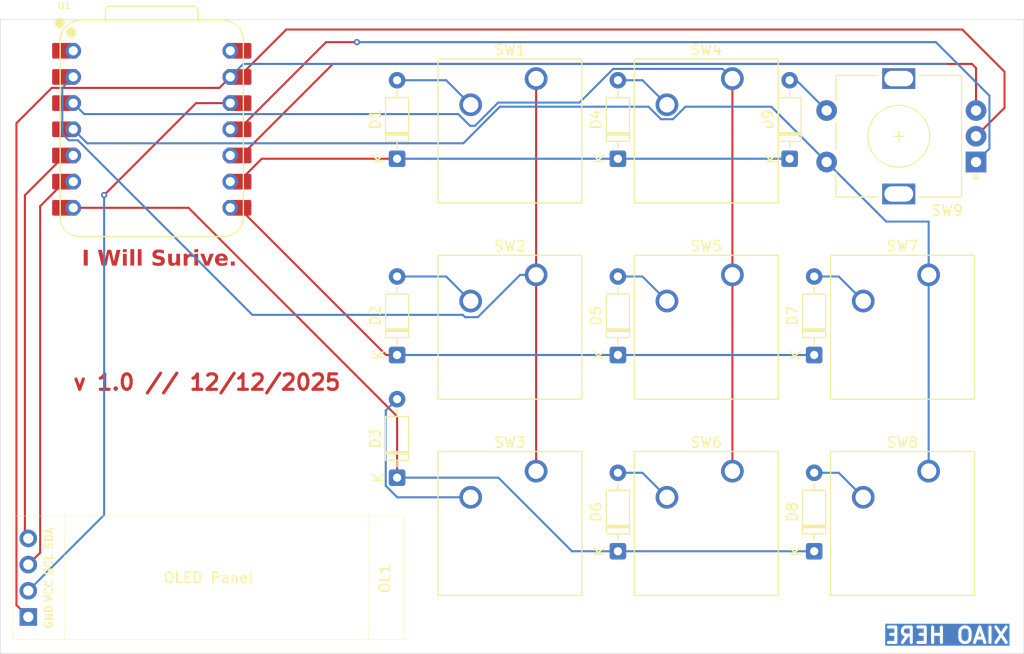
<source format=kicad_pcb>
(kicad_pcb (version 20241229) (generator "pcbnew") (generator_version "9.0")
  (layers (0 "F.Cu" signal) (2 "B.Cu" signal) (13 "F.Paste" user) (15 "B.Paste" user) (5 "F.SilkS" user "F.Silkscreen") (7 "B.SilkS" user "B.Silkscreen") (1 "F.Mask" user) (3 "B.Mask" user) (25 "Edge.Cuts" user))
  (net 0 "")
  (net 1 "Row 0")
  (net 2 "Net-(D1-A)")
  (net 3 "Row 1")
  (net 4 "Net-(D2-A)")
  (net 5 "Net-(D3-A)")
  (net 6 "Row 2")
  (net 7 "Net-(D4-A)")
  (net 8 "Net-(D5-A)")
  (net 9 "Net-(D6-A)")
  (net 10 "Net-(D7-A)")
  (net 11 "Net-(D8-A)")
  (net 12 "Col 0")
  (net 13 "Col 1")
  (net 14 "Col 2")
  (net 15 "Net-(U1-GPIO3{slash}MOSI)")
  (net 16 "Net-(OL1-SCL)")
  (net 17 "GND")
  (net 18 "Net-(OL1-SDA)")
  (net 20 "Net-(OL1-VCC)")
  (net 21 "+5V")
  (net 22 "Net-(U1-GPIO4{slash}MISO)")
  (net 23 "Net-(D9-A)")
  (footprint "Diode_THT:D_DO-35_SOD27_P7.62mm_Horizontal" (layer "F.Cu") (at 138.1125 69.5325 90)
    (property "Reference" "D4" (at 3.81 -2.12 90) (layer "F.SilkS"))
    (property "Value" "1N4148")
    (fp_line (start 2.53 -1.12) (end 2.53 1.12) (stroke (width 0.12)) (layer "F.SilkS"))
    (fp_line (start 2.41 -1.12) (end 2.41 1.12) (stroke (width 0.12)) (layer "F.SilkS"))
    (fp_line (start 2.29 -1.12) (end 2.29 1.12) (stroke (width 0.12)) (layer "F.SilkS"))
    (fp_line (start 6.58 0) (end 5.93 0) (stroke (width 0.12)) (layer "F.SilkS"))
    (fp_line (start 1.04 0) (end 1.69 0) (stroke (width 0.12)) (layer "F.SilkS"))
    (fp_rect (start 1.69 -1.12) (end 5.93 1.12) (stroke (width 0.12)) (fill no) (layer "F.SilkS"))
    (fp_text user "K" (at 0 -1.8 90) (layer "F.SilkS"))
    (pad "1" thru_hole roundrect (at 0 0 90) (size 1.6 1.6) (drill 0.8) (layers "*.Cu" "*.Mask") (roundrect_rratio 0.15625) (net 1 "Row 0"))
    (pad "2" thru_hole circle (at 7.62 0 90) (size 1.6 1.6) (drill 0.8) (layers "*.Cu" "*.Mask") (net 7 "Net-(D4-A)"))
  )
  (footprint "Button_Switch_Keyboard:SW_Cherry_MX_1.00u_PCB" (layer "F.Cu") (at 168.275 80.80375)
    (property "Reference" "SW7" (at -2.54 -2.794 0) (layer "F.SilkS"))
    (property "Value" "SW_Push")
    (fp_line (start -9.525 -1.905) (end 4.445 -1.905) (stroke (width 0.12)) (layer "F.SilkS"))
    (fp_line (start -9.525 12.065) (end -9.525 -1.905) (stroke (width 0.12)) (layer "F.SilkS"))
    (fp_line (start 4.445 -1.905) (end 4.445 12.065) (stroke (width 0.12)) (layer "F.SilkS"))
    (fp_line (start 4.445 12.065) (end -9.525 12.065) (stroke (width 0.12)) (layer "F.SilkS"))
    (pad "" np_thru_hole circle (at -7.62 5.08) (size 1.7 1.7) (drill 1.7) (layers "*.Cu" "*.Mask"))
    (pad "" np_thru_hole circle (at -2.54 5.08) (size 4 4) (drill 4) (layers "*.Cu" "*.Mask"))
    (pad "" np_thru_hole circle (at 2.54 5.08) (size 1.7 1.7) (drill 1.7) (layers "*.Cu" "*.Mask"))
    (pad "1" thru_hole circle (at 0 0) (size 2.2 2.2) (drill 1.5) (layers "*.Cu" "*.Mask") (net 14 "Col 2"))
    (pad "2" thru_hole circle (at -6.35 2.54) (size 2.2 2.2) (drill 1.5) (layers "*.Cu" "*.Mask") (net 10 "Net-(D7-A)"))
  )
  (footprint "Button_Switch_Keyboard:SW_Cherry_MX_1.00u_PCB" (layer "F.Cu") (at 168.275 99.85375)
    (property "Reference" "SW8" (at -2.54 -2.794 0) (layer "F.SilkS"))
    (property "Value" "SW_Push")
    (fp_line (start -9.525 -1.905) (end 4.445 -1.905) (stroke (width 0.12)) (layer "F.SilkS"))
    (fp_line (start -9.525 12.065) (end -9.525 -1.905) (stroke (width 0.12)) (layer "F.SilkS"))
    (fp_line (start 4.445 -1.905) (end 4.445 12.065) (stroke (width 0.12)) (layer "F.SilkS"))
    (fp_line (start 4.445 12.065) (end -9.525 12.065) (stroke (width 0.12)) (layer "F.SilkS"))
    (pad "" np_thru_hole circle (at -7.62 5.08) (size 1.7 1.7) (drill 1.7) (layers "*.Cu" "*.Mask"))
    (pad "" np_thru_hole circle (at -2.54 5.08) (size 4 4) (drill 4) (layers "*.Cu" "*.Mask"))
    (pad "" np_thru_hole circle (at 2.54 5.08) (size 1.7 1.7) (drill 1.7) (layers "*.Cu" "*.Mask"))
    (pad "1" thru_hole circle (at 0 0) (size 2.2 2.2) (drill 1.5) (layers "*.Cu" "*.Mask") (net 14 "Col 2"))
    (pad "2" thru_hole circle (at -6.35 2.54) (size 2.2 2.2) (drill 1.5) (layers "*.Cu" "*.Mask") (net 11 "Net-(D8-A)"))
  )
  (footprint "Button_Switch_Keyboard:SW_Cherry_MX_1.00u_PCB" (layer "F.Cu") (at 149.225 99.85375)
    (property "Reference" "SW6" (at -2.54 -2.794 0) (layer "F.SilkS"))
    (property "Value" "SW_Push")
    (fp_line (start -9.525 -1.905) (end 4.445 -1.905) (stroke (width 0.12)) (layer "F.SilkS"))
    (fp_line (start -9.525 12.065) (end -9.525 -1.905) (stroke (width 0.12)) (layer "F.SilkS"))
    (fp_line (start 4.445 -1.905) (end 4.445 12.065) (stroke (width 0.12)) (layer "F.SilkS"))
    (fp_line (start 4.445 12.065) (end -9.525 12.065) (stroke (width 0.12)) (layer "F.SilkS"))
    (pad "" np_thru_hole circle (at -7.62 5.08) (size 1.7 1.7) (drill 1.7) (layers "*.Cu" "*.Mask"))
    (pad "" np_thru_hole circle (at -2.54 5.08) (size 4 4) (drill 4) (layers "*.Cu" "*.Mask"))
    (pad "" np_thru_hole circle (at 2.54 5.08) (size 1.7 1.7) (drill 1.7) (layers "*.Cu" "*.Mask"))
    (pad "1" thru_hole circle (at 0 0) (size 2.2 2.2) (drill 1.5) (layers "*.Cu" "*.Mask") (net 13 "Col 1"))
    (pad "2" thru_hole circle (at -6.35 2.54) (size 2.2 2.2) (drill 1.5) (layers "*.Cu" "*.Mask") (net 9 "Net-(D6-A)"))
  )
  (footprint "Diode_THT:D_DO-35_SOD27_P7.62mm_Horizontal" (layer "F.Cu") (at 154.78125 69.5325 90)
    (property "Reference" "D9" (at 3.81 -2.12 90) (layer "F.SilkS"))
    (property "Value" "1N4148")
    (fp_line (start 2.53 -1.12) (end 2.53 1.12) (stroke (width 0.12)) (layer "F.SilkS"))
    (fp_line (start 2.41 -1.12) (end 2.41 1.12) (stroke (width 0.12)) (layer "F.SilkS"))
    (fp_line (start 2.29 -1.12) (end 2.29 1.12) (stroke (width 0.12)) (layer "F.SilkS"))
    (fp_line (start 6.58 0) (end 5.93 0) (stroke (width 0.12)) (layer "F.SilkS"))
    (fp_line (start 1.04 0) (end 1.69 0) (stroke (width 0.12)) (layer "F.SilkS"))
    (fp_rect (start 1.69 -1.12) (end 5.93 1.12) (stroke (width 0.12)) (fill no) (layer "F.SilkS"))
    (fp_text user "K" (at 0 -1.8 90) (layer "F.SilkS"))
    (pad "1" thru_hole roundrect (at 0 0 90) (size 1.6 1.6) (drill 0.8) (layers "*.Cu" "*.Mask") (roundrect_rratio 0.15625) (net 1 "Row 0"))
    (pad "2" thru_hole circle (at 7.62 0 90) (size 1.6 1.6) (drill 0.8) (layers "*.Cu" "*.Mask") (net 23 "Net-(D9-A)"))
  )
  (footprint "OPL:XIAO-RP2040-DIP" (layer "F.Cu") (at 92.86875 66.675)
    (property "Reference" "U1" (at -8.5 -12 0) (layer "F.SilkS") (effects (font (size 0.635 0.635) (thickness 0.1016))))
    (property "Value" "XIAO-RP2040-DIP")
    (fp_line (start -8.89 8.509) (end -8.89 -8.636) (stroke (width 0.127)) (layer "F.SilkS"))
    (fp_line (start -6.985 10.414) (end 6.985 10.414) (stroke (width 0.127)) (layer "F.SilkS"))
    (fp_line (start -4.495 -10.541) (end -4.491272 -11.451272) (stroke (width 0.127)) (layer "F.SilkS"))
    (fp_line (start -3.991272 -11.951) (end 4.004 -11.951) (stroke (width 0.127)) (layer "F.SilkS"))
    (fp_line (start 4.504 -11.451) (end 4.504 -10.541) (stroke (width 0.127)) (layer "F.SilkS"))
    (fp_line (start 6.985 -10.541) (end -6.985 -10.541) (stroke (width 0.1)) (layer "F.SilkS"))
    (fp_line (start 6.985 -10.541) (end -6.985 -10.541) (stroke (width 0.127)) (layer "F.SilkS"))
    (fp_line (start 8.89 8.509) (end 8.89 -8.636) (stroke (width 0.127)) (layer "F.SilkS"))
    (fp_arc (start -8.89 -8.636) (mid -8.332038 -9.983038) (end -6.985 -10.541) (stroke (width 0.127)) (layer "F.SilkS"))
    (fp_arc (start -6.985 10.414) (mid -8.332038 9.856038) (end -8.89 8.509) (stroke (width 0.127)) (layer "F.SilkS"))
    (fp_arc (start -4.491272 -11.451272) (mid -4.344728 -11.80464) (end -3.991272 -11.951) (stroke (width 0.127)) (layer "F.SilkS"))
    (fp_arc (start 4.004 -11.951) (mid 4.357553 -11.804553) (end 4.504 -11.451) (stroke (width 0.127)) (layer "F.SilkS"))
    (fp_arc (start 6.985 -10.541) (mid 8.332038 -9.983038) (end 8.89 -8.636) (stroke (width 0.127)) (layer "F.SilkS"))
    (fp_arc (start 8.89 8.509) (mid 8.332038 9.856038) (end 6.985 10.414) (stroke (width 0.127)) (layer "F.SilkS"))
    (fp_circle (center -8.95 -10.3) (end -8.95 -10.554) (stroke (width 0.5)) (fill yes) (layer "F.SilkS"))
    (fp_circle (center -7.807 -9.42) (end -7.807 -9.674) (stroke (width 0.5)) (fill yes) (layer "F.SilkS"))
    (pad "1" smd roundrect (at -8.455 -7.62 180) (size 2.432 1.524) (layers "F.Cu" "F.Mask") (roundrect_rratio 0.1))
    (pad "1" thru_hole circle (at -7.62 -7.62 180) (size 1.524 1.524) (drill 0.889) (layers "*.Cu" "*.Mask"))
    (pad "2" smd roundrect (at -8.455 -5.08 180) (size 2.432 1.524) (layers "F.Cu" "F.Mask") (roundrect_rratio 0.1) (net 12 "Col 0"))
    (pad "2" thru_hole circle (at -7.62 -5.08 180) (size 1.524 1.524) (drill 0.889) (layers "*.Cu" "*.Mask") (net 12 "Col 0"))
    (pad "3" smd roundrect (at -8.455 -2.54 180) (size 2.432 1.524) (layers "F.Cu" "F.Mask") (roundrect_rratio 0.1) (net 13 "Col 1"))
    (pad "3" thru_hole circle (at -7.62 -2.54 180) (size 1.524 1.524) (drill 0.889) (layers "*.Cu" "*.Mask") (net 13 "Col 1"))
    (pad "4" smd roundrect (at -8.455 0 180) (size 2.432 1.524) (layers "F.Cu" "F.Mask") (roundrect_rratio 0.1) (net 14 "Col 2"))
    (pad "4" thru_hole circle (at -7.62 0 180) (size 1.524 1.524) (drill 0.889) (layers "*.Cu" "*.Mask") (net 14 "Col 2"))
    (pad "5" smd roundrect (at -8.455 2.54 180) (size 2.432 1.524) (layers "F.Cu" "F.Mask") (roundrect_rratio 0.1) (net 18 "Net-(OL1-SDA)"))
    (pad "5" thru_hole circle (at -7.62 2.54 180) (size 1.524 1.524) (drill 0.889) (layers "*.Cu" "*.Mask") (net 18 "Net-(OL1-SDA)"))
    (pad "6" smd roundrect (at -8.455 5.08 180) (size 2.432 1.524) (layers "F.Cu" "F.Mask") (roundrect_rratio 0.1) (net 16 "Net-(OL1-SCL)"))
    (pad "6" thru_hole circle (at -7.62 5.08 180) (size 1.524 1.524) (drill 0.889) (layers "*.Cu" "*.Mask") (net 16 "Net-(OL1-SCL)"))
    (pad "7" smd roundrect (at -8.455 7.62 180) (size 2.432 1.524) (layers "F.Cu" "F.Mask") (roundrect_rratio 0.1) (net 6 "Row 2"))
    (pad "7" thru_hole circle (at -7.62 7.62 180) (size 1.524 1.524) (drill 0.889) (layers "*.Cu" "*.Mask") (net 6 "Row 2"))
    (pad "8" thru_hole circle (at 7.62 7.62) (size 1.524 1.524) (drill 0.889) (layers "*.Cu" "*.Mask") (net 3 "Row 1"))
    (pad "8" smd roundrect (at 8.455 7.62) (size 2.432 1.524) (layers "F.Cu" "F.Mask") (roundrect_rratio 0.1) (net 3 "Row 1"))
    (pad "9" thru_hole circle (at 7.62 5.08) (size 1.524 1.524) (drill 0.889) (layers "*.Cu" "*.Mask") (net 1 "Row 0"))
    (pad "9" smd roundrect (at 8.455 5.08) (size 2.432 1.524) (layers "F.Cu" "F.Mask") (roundrect_rratio 0.1) (net 1 "Row 0"))
    (pad "10" thru_hole circle (at 7.62 2.54) (size 1.524 1.524) (drill 0.889) (layers "*.Cu" "*.Mask") (net 22 "Net-(U1-GPIO4{slash}MISO)"))
    (pad "10" smd roundrect (at 8.455 2.54) (size 2.432 1.524) (layers "F.Cu" "F.Mask") (roundrect_rratio 0.1) (net 22 "Net-(U1-GPIO4{slash}MISO)"))
    (pad "11" thru_hole circle (at 7.62 0) (size 1.524 1.524) (drill 0.889) (layers "*.Cu" "*.Mask") (net 15 "Net-(U1-GPIO3{slash}MOSI)"))
    (pad "11" smd roundrect (at 8.455 0) (size 2.432 1.524) (layers "F.Cu" "F.Mask") (roundrect_rratio 0.1) (net 15 "Net-(U1-GPIO3{slash}MOSI)"))
    (pad "12" thru_hole circle (at 7.62 -2.54) (size 1.524 1.524) (drill 0.889) (layers "*.Cu" "*.Mask") (net 20 "Net-(OL1-VCC)"))
    (pad "12" smd roundrect (at 8.455 -2.54) (size 2.432 1.524) (layers "F.Cu" "F.Mask") (roundrect_rratio 0.1) (net 20 "Net-(OL1-VCC)"))
    (pad "13" thru_hole circle (at 7.62 -5.08) (size 1.524 1.524) (drill 0.889) (layers "*.Cu" "*.Mask") (net 17 "GND"))
    (pad "13" smd roundrect (at 8.455 -5.08) (size 2.432 1.524) (layers "F.Cu" "F.Mask") (roundrect_rratio 0.1) (net 17 "GND"))
    (pad "14" thru_hole circle (at 7.62 -7.62) (size 1.524 1.524) (drill 0.889) (layers "*.Cu" "*.Mask") (net 21 "+5V"))
    (pad "14" smd roundrect (at 8.455 -7.62) (size 2.432 1.524) (layers "F.Cu" "F.Mask") (roundrect_rratio 0.1) (net 21 "+5V"))
  )
  (footprint "Diode_THT:D_DO-35_SOD27_P7.62mm_Horizontal" (layer "F.Cu") (at 138.1125 107.6325 90)
    (property "Reference" "D6" (at 3.81 -2.12 90) (layer "F.SilkS"))
    (property "Value" "1N4148")
    (fp_line (start 2.53 -1.12) (end 2.53 1.12) (stroke (width 0.12)) (layer "F.SilkS"))
    (fp_line (start 2.41 -1.12) (end 2.41 1.12) (stroke (width 0.12)) (layer "F.SilkS"))
    (fp_line (start 2.29 -1.12) (end 2.29 1.12) (stroke (width 0.12)) (layer "F.SilkS"))
    (fp_line (start 6.58 0) (end 5.93 0) (stroke (width 0.12)) (layer "F.SilkS"))
    (fp_line (start 1.04 0) (end 1.69 0) (stroke (width 0.12)) (layer "F.SilkS"))
    (fp_rect (start 1.69 -1.12) (end 5.93 1.12) (stroke (width 0.12)) (fill no) (layer "F.SilkS"))
    (fp_text user "K" (at 0 -1.8 90) (layer "F.SilkS"))
    (pad "1" thru_hole roundrect (at 0 0 90) (size 1.6 1.6) (drill 0.8) (layers "*.Cu" "*.Mask") (roundrect_rratio 0.15625) (net 6 "Row 2"))
    (pad "2" thru_hole circle (at 7.62 0 90) (size 1.6 1.6) (drill 0.8) (layers "*.Cu" "*.Mask") (net 9 "Net-(D6-A)"))
  )
  (footprint "Diode_THT:D_DO-35_SOD27_P7.62mm_Horizontal" (layer "F.Cu") (at 116.68125 88.5825 90)
    (property "Reference" "D2" (at 3.81 -2.12 90) (layer "F.SilkS"))
    (property "Value" "1N4148")
    (fp_line (start 2.53 -1.12) (end 2.53 1.12) (stroke (width 0.12)) (layer "F.SilkS"))
    (fp_line (start 2.41 -1.12) (end 2.41 1.12) (stroke (width 0.12)) (layer "F.SilkS"))
    (fp_line (start 2.29 -1.12) (end 2.29 1.12) (stroke (width 0.12)) (layer "F.SilkS"))
    (fp_line (start 6.58 0) (end 5.93 0) (stroke (width 0.12)) (layer "F.SilkS"))
    (fp_line (start 1.04 0) (end 1.69 0) (stroke (width 0.12)) (layer "F.SilkS"))
    (fp_rect (start 1.69 -1.12) (end 5.93 1.12) (stroke (width 0.12)) (fill no) (layer "F.SilkS"))
    (fp_text user "K" (at 0 -1.8 90) (layer "F.SilkS"))
    (pad "1" thru_hole roundrect (at 0 0 90) (size 1.6 1.6) (drill 0.8) (layers "*.Cu" "*.Mask") (roundrect_rratio 0.15625) (net 3 "Row 1"))
    (pad "2" thru_hole circle (at 7.62 0 90) (size 1.6 1.6) (drill 0.8) (layers "*.Cu" "*.Mask") (net 4 "Net-(D2-A)"))
  )
  (footprint "Diode_THT:D_DO-35_SOD27_P7.62mm_Horizontal" (layer "F.Cu") (at 138.1125 88.5825 90)
    (property "Reference" "D5" (at 3.81 -2.12 90) (layer "F.SilkS"))
    (property "Value" "1N4148")
    (fp_line (start 2.53 -1.12) (end 2.53 1.12) (stroke (width 0.12)) (layer "F.SilkS"))
    (fp_line (start 2.41 -1.12) (end 2.41 1.12) (stroke (width 0.12)) (layer "F.SilkS"))
    (fp_line (start 2.29 -1.12) (end 2.29 1.12) (stroke (width 0.12)) (layer "F.SilkS"))
    (fp_line (start 6.58 0) (end 5.93 0) (stroke (width 0.12)) (layer "F.SilkS"))
    (fp_line (start 1.04 0) (end 1.69 0) (stroke (width 0.12)) (layer "F.SilkS"))
    (fp_rect (start 1.69 -1.12) (end 5.93 1.12) (stroke (width 0.12)) (fill no) (layer "F.SilkS"))
    (fp_text user "K" (at 0 -1.8 90) (layer "F.SilkS"))
    (pad "1" thru_hole roundrect (at 0 0 90) (size 1.6 1.6) (drill 0.8) (layers "*.Cu" "*.Mask") (roundrect_rratio 0.15625) (net 3 "Row 1"))
    (pad "2" thru_hole circle (at 7.62 0 90) (size 1.6 1.6) (drill 0.8) (layers "*.Cu" "*.Mask") (net 8 "Net-(D5-A)"))
  )
  (footprint "Button_Switch_Keyboard:SW_Cherry_MX_1.00u_PCB" (layer "F.Cu") (at 149.225 61.75375)
    (property "Reference" "SW4" (at -2.54 -2.794 0) (layer "F.SilkS"))
    (property "Value" "SW_Push")
    (fp_line (start -9.525 -1.905) (end 4.445 -1.905) (stroke (width 0.12)) (layer "F.SilkS"))
    (fp_line (start -9.525 12.065) (end -9.525 -1.905) (stroke (width 0.12)) (layer "F.SilkS"))
    (fp_line (start 4.445 -1.905) (end 4.445 12.065) (stroke (width 0.12)) (layer "F.SilkS"))
    (fp_line (start 4.445 12.065) (end -9.525 12.065) (stroke (width 0.12)) (layer "F.SilkS"))
    (pad "" np_thru_hole circle (at -7.62 5.08) (size 1.7 1.7) (drill 1.7) (layers "*.Cu" "*.Mask"))
    (pad "" np_thru_hole circle (at -2.54 5.08) (size 4 4) (drill 4) (layers "*.Cu" "*.Mask"))
    (pad "" np_thru_hole circle (at 2.54 5.08) (size 1.7 1.7) (drill 1.7) (layers "*.Cu" "*.Mask"))
    (pad "1" thru_hole circle (at 0 0) (size 2.2 2.2) (drill 1.5) (layers "*.Cu" "*.Mask") (net 13 "Col 1"))
    (pad "2" thru_hole circle (at -6.35 2.54) (size 2.2 2.2) (drill 1.5) (layers "*.Cu" "*.Mask") (net 7 "Net-(D4-A)"))
  )
  (footprint "Rotary_Encoder:RotaryEncoder_Alps_EC11E-Switch_Vertical_H20mm" (layer "F.Cu") (at 172.872 69.851 180)
    (property "Reference" "SW9" (at 2.8 -4.7 0) (layer "F.SilkS"))
    (property "Value" "RotaryEncoder_Switch")
    (fp_line (start 13.6 8.4) (end 9.5 8.4) (stroke (width 0.12)) (layer "F.SilkS"))
    (fp_line (start 13.6 6) (end 13.6 8.4) (stroke (width 0.12)) (layer "F.SilkS"))
    (fp_line (start 13.6 1.2) (end 13.6 3.8) (stroke (width 0.12)) (layer "F.SilkS"))
    (fp_line (start 13.6 -3.4) (end 13.6 -1) (stroke (width 0.12)) (layer "F.SilkS"))
    (fp_line (start 9.5 -3.4) (end 13.6 -3.4) (stroke (width 0.12)) (layer "F.SilkS"))
    (fp_line (start 7.5 2) (end 7.5 3) (stroke (width 0.12)) (layer "F.SilkS"))
    (fp_line (start 7 2.5) (end 8 2.5) (stroke (width 0.12)) (layer "F.SilkS"))
    (fp_line (start 5.5 8.4) (end 1.4 8.4) (stroke (width 0.12)) (layer "F.SilkS"))
    (fp_line (start 5.5 -3.4) (end 1.4 -3.4) (stroke (width 0.12)) (layer "F.SilkS"))
    (fp_line (start 1.4 -3.4) (end 1.4 8.4) (stroke (width 0.12)) (layer "F.SilkS"))
    (fp_line (start 0.3 -1.6) (end 0 -1.3) (stroke (width 0.12)) (layer "F.SilkS"))
    (fp_line (start 0 -1.3) (end -0.3 -1.6) (stroke (width 0.12)) (layer "F.SilkS"))
    (fp_line (start -0.3 -1.6) (end 0.3 -1.6) (stroke (width 0.12)) (layer "F.SilkS"))
    (fp_circle (center 7.5 2.5) (end 10.5 2.5) (stroke (width 0.12)) (fill no) (layer "F.SilkS"))
    (pad "A" thru_hole rect (at 0 0 180) (size 2 2) (drill 1) (layers "*.Cu" "*.Mask") (net 15 "Net-(U1-GPIO3{slash}MOSI)"))
    (pad "B" thru_hole circle (at 0 5 180) (size 2 2) (drill 1) (layers "*.Cu" "*.Mask") (net 22 "Net-(U1-GPIO4{slash}MISO)"))
    (pad "C" thru_hole circle (at 0 2.5 180) (size 2 2) (drill 1) (layers "*.Cu" "*.Mask") (net 17 "GND"))
    (pad "MP" thru_hole rect (at 7.5 -3.1 180) (size 3.2 2) (drill oval 2.8 1.5) (layers "*.Cu" "*.Mask"))
    (pad "MP" thru_hole rect (at 7.5 8.1 180) (size 3.2 2) (drill oval 2.8 1.5) (layers "*.Cu" "*.Mask"))
    (pad "S1" thru_hole circle (at 14.5 5 180) (size 2 2) (drill 1) (layers "*.Cu" "*.Mask") (net 23 "Net-(D9-A)"))
    (pad "S2" thru_hole circle (at 14.5 0 180) (size 2 2) (drill 1) (layers "*.Cu" "*.Mask") (net 14 "Col 2"))
  )
  (footprint "Button_Switch_Keyboard:SW_Cherry_MX_1.00u_PCB" (layer "F.Cu") (at 130.175 99.85375)
    (property "Reference" "SW3" (at -2.54 -2.794 0) (layer "F.SilkS"))
    (property "Value" "SW_Push")
    (fp_line (start -9.525 -1.905) (end 4.445 -1.905) (stroke (width 0.12)) (layer "F.SilkS"))
    (fp_line (start -9.525 12.065) (end -9.525 -1.905) (stroke (width 0.12)) (layer "F.SilkS"))
    (fp_line (start 4.445 -1.905) (end 4.445 12.065) (stroke (width 0.12)) (layer "F.SilkS"))
    (fp_line (start 4.445 12.065) (end -9.525 12.065) (stroke (width 0.12)) (layer "F.SilkS"))
    (pad "" np_thru_hole circle (at -7.62 5.08) (size 1.7 1.7) (drill 1.7) (layers "*.Cu" "*.Mask"))
    (pad "" np_thru_hole circle (at -2.54 5.08) (size 4 4) (drill 4) (layers "*.Cu" "*.Mask"))
    (pad "" np_thru_hole circle (at 2.54 5.08) (size 1.7 1.7) (drill 1.7) (layers "*.Cu" "*.Mask"))
    (pad "1" thru_hole circle (at 0 0) (size 2.2 2.2) (drill 1.5) (layers "*.Cu" "*.Mask") (net 12 "Col 0"))
    (pad "2" thru_hole circle (at -6.35 2.54) (size 2.2 2.2) (drill 1.5) (layers "*.Cu" "*.Mask") (net 5 "Net-(D3-A)"))
  )
  (footprint "Diode_THT:D_DO-35_SOD27_P7.62mm_Horizontal" (layer "F.Cu") (at 157.1625 107.6325 90)
    (property "Reference" "D8" (at 3.81 -2.12 90) (layer "F.SilkS"))
    (property "Value" "1N4148")
    (fp_line (start 2.53 -1.12) (end 2.53 1.12) (stroke (width 0.12)) (layer "F.SilkS"))
    (fp_line (start 2.41 -1.12) (end 2.41 1.12) (stroke (width 0.12)) (layer "F.SilkS"))
    (fp_line (start 2.29 -1.12) (end 2.29 1.12) (stroke (width 0.12)) (layer "F.SilkS"))
    (fp_line (start 6.58 0) (end 5.93 0) (stroke (width 0.12)) (layer "F.SilkS"))
    (fp_line (start 1.04 0) (end 1.69 0) (stroke (width 0.12)) (layer "F.SilkS"))
    (fp_rect (start 1.69 -1.12) (end 5.93 1.12) (stroke (width 0.12)) (fill no) (layer "F.SilkS"))
    (fp_text user "K" (at 0 -1.8 90) (layer "F.SilkS"))
    (pad "1" thru_hole roundrect (at 0 0 90) (size 1.6 1.6) (drill 0.8) (layers "*.Cu" "*.Mask") (roundrect_rratio 0.15625) (net 6 "Row 2"))
    (pad "2" thru_hole circle (at 7.62 0 90) (size 1.6 1.6) (drill 0.8) (layers "*.Cu" "*.Mask") (net 11 "Net-(D8-A)"))
  )
  (footprint "Button_Switch_Keyboard:SW_Cherry_MX_1.00u_PCB" (layer "F.Cu") (at 130.175 61.75375)
    (property "Reference" "SW1" (at -2.54 -2.794 0) (layer "F.SilkS"))
    (property "Value" "SW_Push")
    (fp_line (start -9.525 -1.905) (end 4.445 -1.905) (stroke (width 0.12)) (layer "F.SilkS"))
    (fp_line (start -9.525 12.065) (end -9.525 -1.905) (stroke (width 0.12)) (layer "F.SilkS"))
    (fp_line (start 4.445 -1.905) (end 4.445 12.065) (stroke (width 0.12)) (layer "F.SilkS"))
    (fp_line (start 4.445 12.065) (end -9.525 12.065) (stroke (width 0.12)) (layer "F.SilkS"))
    (pad "" np_thru_hole circle (at -7.62 5.08) (size 1.7 1.7) (drill 1.7) (layers "*.Cu" "*.Mask"))
    (pad "" np_thru_hole circle (at -2.54 5.08) (size 4 4) (drill 4) (layers "*.Cu" "*.Mask"))
    (pad "" np_thru_hole circle (at 2.54 5.08) (size 1.7 1.7) (drill 1.7) (layers "*.Cu" "*.Mask"))
    (pad "1" thru_hole circle (at 0 0) (size 2.2 2.2) (drill 1.5) (layers "*.Cu" "*.Mask") (net 12 "Col 0"))
    (pad "2" thru_hole circle (at -6.35 2.54) (size 2.2 2.2) (drill 1.5) (layers "*.Cu" "*.Mask") (net 2 "Net-(D1-A)"))
  )
  (footprint "Diode_THT:D_DO-35_SOD27_P7.62mm_Horizontal" (layer "F.Cu") (at 157.1625 88.5825 90)
    (property "Reference" "D7" (at 3.81 -2.12 90) (layer "F.SilkS"))
    (property "Value" "1N4148")
    (fp_line (start 2.53 -1.12) (end 2.53 1.12) (stroke (width 0.12)) (layer "F.SilkS"))
    (fp_line (start 2.41 -1.12) (end 2.41 1.12) (stroke (width 0.12)) (layer "F.SilkS"))
    (fp_line (start 2.29 -1.12) (end 2.29 1.12) (stroke (width 0.12)) (layer "F.SilkS"))
    (fp_line (start 6.58 0) (end 5.93 0) (stroke (width 0.12)) (layer "F.SilkS"))
    (fp_line (start 1.04 0) (end 1.69 0) (stroke (width 0.12)) (layer "F.SilkS"))
    (fp_rect (start 1.69 -1.12) (end 5.93 1.12) (stroke (width 0.12)) (fill no) (layer "F.SilkS"))
    (fp_text user "K" (at 0 -1.8 90) (layer "F.SilkS"))
    (pad "1" thru_hole roundrect (at 0 0 90) (size 1.6 1.6) (drill 0.8) (layers "*.Cu" "*.Mask") (roundrect_rratio 0.15625) (net 3 "Row 1"))
    (pad "2" thru_hole circle (at 7.62 0 90) (size 1.6 1.6) (drill 0.8) (layers "*.Cu" "*.Mask") (net 10 "Net-(D7-A)"))
  )
  (footprint "Button_Switch_Keyboard:SW_Cherry_MX_1.00u_PCB" (layer "F.Cu") (at 130.175 80.80375)
    (property "Reference" "SW2" (at -2.54 -2.794 0) (layer "F.SilkS"))
    (property "Value" "SW_Push")
    (fp_line (start -9.525 -1.905) (end 4.445 -1.905) (stroke (width 0.12)) (layer "F.SilkS"))
    (fp_line (start -9.525 12.065) (end -9.525 -1.905) (stroke (width 0.12)) (layer "F.SilkS"))
    (fp_line (start 4.445 -1.905) (end 4.445 12.065) (stroke (width 0.12)) (layer "F.SilkS"))
    (fp_line (start 4.445 12.065) (end -9.525 12.065) (stroke (width 0.12)) (layer "F.SilkS"))
    (pad "" np_thru_hole circle (at -7.62 5.08) (size 1.7 1.7) (drill 1.7) (layers "*.Cu" "*.Mask"))
    (pad "" np_thru_hole circle (at -2.54 5.08) (size 4 4) (drill 4) (layers "*.Cu" "*.Mask"))
    (pad "" np_thru_hole circle (at 2.54 5.08) (size 1.7 1.7) (drill 1.7) (layers "*.Cu" "*.Mask"))
    (pad "1" thru_hole circle (at 0 0) (size 2.2 2.2) (drill 1.5) (layers "*.Cu" "*.Mask") (net 12 "Col 0"))
    (pad "2" thru_hole circle (at -6.35 2.54) (size 2.2 2.2) (drill 1.5) (layers "*.Cu" "*.Mask") (net 4 "Net-(D2-A)"))
  )
  (footprint "Display:SSD1306-0.91-OLED-4pin-128x32" (layer "F.Cu") (at 117.385 116.195 180)
    (property "Reference" "OL1" (at 1.9 5.91 90) (layer "F.SilkS"))
    (property "Value" "OLED")
    (fp_line (start 38 12) (end 38 0) (stroke (width 0.04)) (layer "F.SilkS"))
    (fp_line (start 38 0) (end 0 0) (stroke (width 0.04)) (layer "F.SilkS"))
    (fp_line (start 33 0) (end 33 12) (stroke (width 0.04)) (layer "F.SilkS"))
    (fp_line (start 3.5 0) (end 3.5 12) (stroke (width 0.04)) (layer "F.SilkS"))
    (fp_line (start 0 12) (end 38 12) (stroke (width 0.04)) (layer "F.SilkS"))
    (fp_line (start 0 0) (end 0 12) (stroke (width 0.04)) (layer "F.SilkS"))
    (fp_text user "GND" (at 34.5 2.19 90) (layer "F.SilkS") (effects (font (size 0.75 0.75))))
    (fp_text user "SDA" (at 34.5 9.81 90) (layer "F.SilkS") (effects (font (size 0.75 0.75))))
    (fp_text user "OLED Panel" (at 19 6 0) (layer "F.SilkS"))
    (fp_text user "VCC" (at 34.5 4.73 90) (layer "F.SilkS") (effects (font (size 0.75 0.75))))
    (fp_text user "SCL" (at 34.5 7.27 90) (layer "F.SilkS") (effects (font (size 0.75 0.75))))
    (pad "1" thru_hole rect (at 36.5 2.19 180) (size 1.7 1.7) (drill 1) (layers "*.Cu" "*.Mask") (net 17 "GND"))
    (pad "2" thru_hole oval (at 36.5 4.73 180) (size 1.7 1.7) (drill 1) (layers "*.Cu" "*.Mask") (net 20 "Net-(OL1-VCC)"))
    (pad "3" thru_hole oval (at 36.5 7.27 180) (size 1.7 1.7) (drill 1) (layers "*.Cu" "*.Mask") (net 16 "Net-(OL1-SCL)"))
    (pad "4" thru_hole oval (at 36.5 9.81 180) (size 1.7 1.7) (drill 1) (layers "*.Cu" "*.Mask") (net 18 "Net-(OL1-SDA)"))
  )
  (footprint "Diode_THT:D_DO-35_SOD27_P7.62mm_Horizontal" (layer "F.Cu") (at 116.68125 69.5325 90)
    (property "Reference" "D1" (at 3.81 -2.12 90) (layer "F.SilkS"))
    (property "Value" "1N4148")
    (fp_line (start 2.53 -1.12) (end 2.53 1.12) (stroke (width 0.12)) (layer "F.SilkS"))
    (fp_line (start 2.41 -1.12) (end 2.41 1.12) (stroke (width 0.12)) (layer "F.SilkS"))
    (fp_line (start 2.29 -1.12) (end 2.29 1.12) (stroke (width 0.12)) (layer "F.SilkS"))
    (fp_line (start 6.58 0) (end 5.93 0) (stroke (width 0.12)) (layer "F.SilkS"))
    (fp_line (start 1.04 0) (end 1.69 0) (stroke (width 0.12)) (layer "F.SilkS"))
    (fp_rect (start 1.69 -1.12) (end 5.93 1.12) (stroke (width 0.12)) (fill no) (layer "F.SilkS"))
    (fp_text user "K" (at 0 -1.8 90) (layer "F.SilkS"))
    (pad "1" thru_hole roundrect (at 0 0 90) (size 1.6 1.6) (drill 0.8) (layers "*.Cu" "*.Mask") (roundrect_rratio 0.15625) (net 1 "Row 0"))
    (pad "2" thru_hole circle (at 7.62 0 90) (size 1.6 1.6) (drill 0.8) (layers "*.Cu" "*.Mask") (net 2 "Net-(D1-A)"))
  )
  (footprint "Button_Switch_Keyboard:SW_Cherry_MX_1.00u_PCB" (layer "F.Cu") (at 149.225 80.80375)
    (property "Reference" "SW5" (at -2.54 -2.794 0) (layer "F.SilkS"))
    (property "Value" "SW_Push")
    (fp_line (start -9.525 -1.905) (end 4.445 -1.905) (stroke (width 0.12)) (layer "F.SilkS"))
    (fp_line (start -9.525 12.065) (end -9.525 -1.905) (stroke (width 0.12)) (layer "F.SilkS"))
    (fp_line (start 4.445 -1.905) (end 4.445 12.065) (stroke (width 0.12)) (layer "F.SilkS"))
    (fp_line (start 4.445 12.065) (end -9.525 12.065) (stroke (width 0.12)) (layer "F.SilkS"))
    (pad "" np_thru_hole circle (at -7.62 5.08) (size 1.7 1.7) (drill 1.7) (layers "*.Cu" "*.Mask"))
    (pad "" np_thru_hole circle (at -2.54 5.08) (size 4 4) (drill 4) (layers "*.Cu" "*.Mask"))
    (pad "" np_thru_hole circle (at 2.54 5.08) (size 1.7 1.7) (drill 1.7) (layers "*.Cu" "*.Mask"))
    (pad "1" thru_hole circle (at 0 0) (size 2.2 2.2) (drill 1.5) (layers "*.Cu" "*.Mask") (net 13 "Col 1"))
    (pad "2" thru_hole circle (at -6.35 2.54) (size 2.2 2.2) (drill 1.5) (layers "*.Cu" "*.Mask") (net 8 "Net-(D5-A)"))
  )
  (footprint "Diode_THT:D_DO-35_SOD27_P7.62mm_Horizontal" (layer "F.Cu") (at 116.68125 100.48875 90)
    (property "Reference" "D3" (at 3.81 -2.12 90) (layer "F.SilkS"))
    (property "Value" "1N4148")
    (fp_line (start 2.53 -1.12) (end 2.53 1.12) (stroke (width 0.12)) (layer "F.SilkS"))
    (fp_line (start 2.41 -1.12) (end 2.41 1.12) (stroke (width 0.12)) (layer "F.SilkS"))
    (fp_line (start 2.29 -1.12) (end 2.29 1.12) (stroke (width 0.12)) (layer "F.SilkS"))
    (fp_line (start 6.58 0) (end 5.93 0) (stroke (width 0.12)) (layer "F.SilkS"))
    (fp_line (start 1.04 0) (end 1.69 0) (stroke (width 0.12)) (layer "F.SilkS"))
    (fp_rect (start 1.69 -1.12) (end 5.93 1.12) (stroke (width 0.12)) (fill no) (layer "F.SilkS"))
    (fp_text user "K" (at 0 -1.8 90) (layer "F.SilkS"))
    (pad "1" thru_hole roundrect (at 0 0 90) (size 1.6 1.6) (drill 0.8) (layers "*.Cu" "*.Mask") (roundrect_rratio 0.15625) (net 6 "Row 2"))
    (pad "2" thru_hole circle (at 7.62 0 90) (size 1.6 1.6) (drill 0.8) (layers "*.Cu" "*.Mask") (net 5 "Net-(D3-A)"))
  )
  (gr_rect (start 78.1636 56.04) (end 177.52 117.58) (stroke (width 0.05)) (fill no) (layer "Edge.Cuts"))
  (gr_text "v 1.0 // 12/12/2025" (at 85.1 92.11 0) (layer "F.Cu") (effects (font (size 1.5 1.5) (thickness 0.3) (bold yes)) (justify left bottom)))
  (gr_text "I Will Surive." (at 86.07 80.16 0) (layer "F.Cu") (effects (font (size 1.5 1.5) (thickness 0.3) (bold yes)) (justify left bottom)))
  (gr_text "XIAO HERE" (at 176.2125 116.68125 0) (layer "B.Cu" knockout) (effects (font (size 1.5 1.5) (thickness 0.3) (bold yes)) (justify left bottom mirror)))
  (segment (start 103.54625 69.5325) (end 101.32375 71.755) (width 0.2) (layer "F.Cu") (net 1))
  (segment (start 116.68125 69.5325) (end 103.54625 69.5325) (width 0.2) (layer "F.Cu") (net 1))
  (segment (start 154.78125 69.5325) (end 138.1125 69.5325) (width 0.2) (layer "B.Cu") (net 1))
  (segment (start 138.1125 69.5325) (end 116.68125 69.5325) (width 0.2) (layer "B.Cu") (net 1))
  (segment (start 116.68125 61.9125) (end 121.44375 61.9125) (width 0.2) (layer "B.Cu") (net 2))
  (segment (start 121.44375 61.9125) (end 123.825 64.29375) (width 0.2) (layer "B.Cu") (net 2))
  (segment (start 115.61125 88.5825) (end 101.32375 74.295) (width 0.2) (layer "F.Cu") (net 3))
  (segment (start 116.68125 88.5825) (end 115.61125 88.5825) (width 0.2) (layer "F.Cu") (net 3))
  (segment (start 157.1625 88.5825) (end 138.1125 88.5825) (width 0.2) (layer "B.Cu") (net 3))
  (segment (start 116.68125 88.5825) (end 138.1125 88.5825) (width 0.2) (layer "B.Cu") (net 3))
  (segment (start 121.44375 80.9625) (end 123.825 83.34375) (width 0.2) (layer "B.Cu") (net 4))
  (segment (start 116.68125 80.9625) (end 121.44375 80.9625) (width 0.2) (layer "B.Cu") (net 4))
  (segment (start 116.70009 102.39375) (end 123.825 102.39375) (width 0.2) (layer "B.Cu") (net 5))
  (segment (start 115.58025 101.27391) (end 116.70009 102.39375) (width 0.2) (layer "B.Cu") (net 5))
  (segment (start 116.68125 92.86875) (end 115.58025 93.96975) (width 0.2) (layer "B.Cu") (net 5))
  (segment (start 115.58025 93.96975) (end 115.58025 101.27391) (width 0.2) (layer "B.Cu") (net 5))
  (segment (start 116.68125 94.535511) (end 96.440739 74.295) (width 0.2) (layer "F.Cu") (net 6))
  (segment (start 96.440739 74.295) (end 85.24875 74.295) (width 0.2) (layer "F.Cu") (net 6))
  (segment (start 116.68125 100.48875) (end 116.68125 94.535511) (width 0.2) (layer "F.Cu") (net 6))
  (segment (start 126.514816 100.48875) (end 133.658566 107.6325) (width 0.2) (layer "B.Cu") (net 6))
  (segment (start 133.658566 107.6325) (end 138.1125 107.6325) (width 0.2) (layer "B.Cu") (net 6))
  (segment (start 116.68125 100.48875) (end 126.514816 100.48875) (width 0.2) (layer "B.Cu") (net 6))
  (segment (start 157.1625 107.6325) (end 138.1125 107.6325) (width 0.2) (layer "B.Cu") (net 6))
  (segment (start 138.1125 61.9125) (end 140.49375 61.9125) (width 0.2) (layer "B.Cu") (net 7))
  (segment (start 140.49375 61.9125) (end 142.875 64.29375) (width 0.2) (layer "B.Cu") (net 7))
  (segment (start 140.49375 80.9625) (end 142.875 83.34375) (width 0.2) (layer "B.Cu") (net 8))
  (segment (start 138.1125 80.9625) (end 140.49375 80.9625) (width 0.2) (layer "B.Cu") (net 8))
  (segment (start 140.49375 100.0125) (end 142.875 102.39375) (width 0.2) (layer "B.Cu") (net 9))
  (segment (start 138.1125 100.0125) (end 140.49375 100.0125) (width 0.2) (layer "B.Cu") (net 9))
  (segment (start 157.1625 80.9625) (end 159.54375 80.9625) (width 0.2) (layer "B.Cu") (net 10))
  (segment (start 159.54375 80.9625) (end 161.925 83.34375) (width 0.2) (layer "B.Cu") (net 10))
  (segment (start 159.54375 100.0125) (end 161.925 102.39375) (width 0.2) (layer "B.Cu") (net 11))
  (segment (start 157.1625 100.0125) (end 159.54375 100.0125) (width 0.2) (layer "B.Cu") (net 11))
  (segment (start 130.175 80.80375) (end 130.175 99.85375) (width 0.2) (layer "F.Cu") (net 12))
  (segment (start 130.175 80.80375) (end 130.175 61.75375) (width 0.2) (layer "F.Cu") (net 12))
  (segment (start 102.63381 84.68275) (end 123.05247 84.68275) (width 0.2) (layer "B.Cu") (net 12))
  (segment (start 128.619366 80.80375) (end 130.175 80.80375) (width 0.2) (layer "B.Cu") (net 12))
  (segment (start 123.05247 84.68275) (end 123.279654 84.909934) (width 0.2) (layer "B.Cu") (net 12))
  (segment (start 84.80844 67.738) (end 85.68906 67.738) (width 0.2) (layer "B.Cu") (net 12))
  (segment (start 84.18575 67.11531) (end 84.80844 67.738) (width 0.2) (layer "B.Cu") (net 12))
  (segment (start 85.24875 61.595) (end 84.18575 62.658) (width 0.2) (layer "B.Cu") (net 12))
  (segment (start 123.279654 84.909934) (end 124.513182 84.909934) (width 0.2) (layer "B.Cu") (net 12))
  (segment (start 85.68906 67.738) (end 102.63381 84.68275) (width 0.2) (layer "B.Cu") (net 12))
  (segment (start 84.18575 62.658) (end 84.18575 67.11531) (width 0.2) (layer "B.Cu") (net 12))
  (segment (start 124.513182 84.909934) (end 128.619366 80.80375) (width 0.2) (layer "B.Cu") (net 12))
  (segment (start 149.225 61.75375) (end 149.225 80.80375) (width 0.2) (layer "F.Cu") (net 13))
  (segment (start 149.225 99.85375) (end 149.225 80.80375) (width 0.2) (layer "F.Cu") (net 13))
  (segment (start 86.31175 65.198) (end 85.24875 64.135) (width 0.2) (layer "B.Cu") (net 13))
  (segment (start 122.61772 65.198) (end 86.31175 65.198) (width 0.2) (layer "B.Cu") (net 13))
  (segment (start 148.28275 60.8115) (end 137.65645 60.8115) (width 0.2) (layer "B.Cu") (net 13))
  (segment (start 149.225 61.75375) (end 148.28275 60.8115) (width 0.2) (layer "B.Cu") (net 13))
  (segment (start 137.65645 60.8115) (end 134.3862 64.08175) (width 0.2) (layer "B.Cu") (net 13))
  (segment (start 126.49425 64.08175) (end 124.23972 66.33628) (width 0.2) (layer "B.Cu") (net 13))
  (segment (start 124.23972 66.33628) (end 123.756 66.33628) (width 0.2) (layer "B.Cu") (net 13))
  (segment (start 134.3862 64.08175) (end 126.49425 64.08175) (width 0.2) (layer "B.Cu") (net 13))
  (segment (start 123.756 66.33628) (end 122.61772 65.198) (width 0.2) (layer "B.Cu") (net 13))
  (segment (start 123.109184 68.03475) (end 86.6085 68.03475) (width 0.2) (layer "B.Cu") (net 14))
  (segment (start 144.667314 64.48275) (end 143.455314 65.69475) (width 0.2) (layer "B.Cu") (net 14))
  (segment (start 142.294686 65.69475) (end 141.082686 64.48275) (width 0.2) (layer "B.Cu") (net 14))
  (segment (start 153.00375 64.48275) (end 144.667314 64.48275) (width 0.2) (layer "B.Cu") (net 14))
  (segment (start 168.275 75.63125) (end 168.275 80.80375) (width 0.2) (layer "B.Cu") (net 14))
  (segment (start 158.372 69.851) (end 153.00375 64.48275) (width 0.2) (layer "B.Cu") (net 14))
  (segment (start 158.372 69.851) (end 164.15225 75.63125) (width 0.2) (layer "B.Cu") (net 14))
  (segment (start 143.455314 65.69475) (end 142.294686 65.69475) (width 0.2) (layer "B.Cu") (net 14))
  (segment (start 126.661184 64.48275) (end 123.109184 68.03475) (width 0.2) (layer "B.Cu") (net 14))
  (segment (start 86.6085 68.03475) (end 85.24875 66.675) (width 0.2) (layer "B.Cu") (net 14))
  (segment (start 141.082686 64.48275) (end 126.661184 64.48275) (width 0.2) (layer "B.Cu") (net 14))
  (segment (start 168.275 99.85375) (end 168.275 80.80375) (width 0.2) (layer "B.Cu") (net 14))
  (segment (start 164.15225 75.63125) (end 168.275 75.63125) (width 0.2) (layer "B.Cu") (net 14))
  (segment (start 109.78475 58.214) (end 112.778 58.214) (width 0.2) (layer "F.Cu") (net 15))
  (segment (start 101.56638 66.675) (end 100.48875 66.675) (width 0.2) (layer "F.Cu") (net 15))
  (segment (start 101.32375 66.675) (end 109.78475 58.214) (width 0.2) (layer "F.Cu") (net 15))
  (via (at 112.778 58.214) (size 0.6) (drill 0.3) (layers "F.Cu" "B.Cu") (net 15))
  (segment (start 174.173 63.412) (end 174.173 68.55) (width 0.2) (layer "B.Cu") (net 15))
  (segment (start 112.778 58.214) (end 168.975 58.214) (width 0.2) (layer "B.Cu") (net 15))
  (segment (start 174.173 68.55) (end 172.872 69.851) (width 0.2) (layer "B.Cu") (net 15))
  (segment (start 168.975 58.214) (end 174.173 63.412) (width 0.2) (layer "B.Cu") (net 15))
  (segment (start 80.885 108.925) (end 82.036 107.774) (width 0.2) (layer "F.Cu") (net 16))
  (segment (start 82.036 74.13275) (end 84.41375 71.755) (width 0.2) (layer "F.Cu") (net 16))
  (segment (start 82.036 107.774) (end 82.036 74.13275) (width 0.2) (layer "F.Cu") (net 16))
  (segment (start 80.885 114.005) (end 79.734 112.854) (width 0.2) (layer "F.Cu") (net 17))
  (segment (start 105.927 56.99175) (end 101.32375 61.595) (width 0.2) (layer "F.Cu") (net 17))
  (segment (start 99.42575 62.658) (end 100.48875 61.595) (width 0.2) (layer "F.Cu") (net 17))
  (segment (start 83.158124 62.658) (end 99.42575 62.658) (width 0.2) (layer "F.Cu") (net 17))
  (segment (start 175.6395 64.5835) (end 175.6395 61.088758) (width 0.2) (layer "F.Cu") (net 17))
  (segment (start 171.542492 56.99175) (end 105.927 56.99175) (width 0.2) (layer "F.Cu") (net 17))
  (segment (start 175.6395 61.088758) (end 171.542492 56.99175) (width 0.2) (layer "F.Cu") (net 17))
  (segment (start 79.734 112.854) (end 79.734 66.082124) (width 0.2) (layer "F.Cu") (net 17))
  (segment (start 172.872 67.351) (end 175.6395 64.5835) (width 0.2) (layer "F.Cu") (net 17))
  (segment (start 79.734 66.082124) (end 83.158124 62.658) (width 0.2) (layer "F.Cu") (net 17))
  (segment (start 169.97375 60.33) (end 101.75375 60.33) (width 0.2) (layer "B.Cu") (net 17))
  (segment (start 101.75375 60.33) (end 100.48875 61.595) (width 0.2) (layer "B.Cu") (net 17))
  (segment (start 80.885 106.385) (end 80.554362 106.054362) (width 0.2) (layer "F.Cu") (net 18))
  (segment (start 80.554362 73.074388) (end 84.41375 69.215) (width 0.2) (layer "F.Cu") (net 18))
  (segment (start 80.554362 106.054362) (end 80.554362 73.074388) (width 0.2) (layer "F.Cu") (net 18))
  (segment (start 100.48875 64.135) (end 97.165 64.135) (width 0.2) (layer "F.Cu") (net 20))
  (segment (start 97.165 64.135) (end 88.246 73.054) (width 0.2) (layer "F.Cu") (net 20))
  (via (at 88.246 73.054) (size 0.6) (drill 0.3) (layers "F.Cu" "B.Cu") (net 20))
  (segment (start 88.246 104.104) (end 80.885 111.465) (width 0.2) (layer "B.Cu") (net 20))
  (segment (start 88.246 73.054) (end 88.246 104.104) (width 0.2) (layer "B.Cu") (net 20))
  (segment (start 110.45138 60.33) (end 101.56638 69.215) (width 0.2) (layer "F.Cu") (net 22))
  (segment (start 172.872 60.72825) (end 172.47375 60.33) (width 0.2) (layer "F.Cu") (net 22))
  (segment (start 172.872 64.851) (end 172.872 60.72825) (width 0.2) (layer "F.Cu") (net 22))
  (segment (start 172.47375 60.33) (end 110.45138 60.33) (width 0.2) (layer "F.Cu") (net 22))
  (segment (start 101.56638 69.215) (end 100.48875 69.215) (width 0.2) (layer "F.Cu") (net 22))
  (segment (start 158.372 64.851) (end 155.4335 61.9125) (width 0.2) (layer "B.Cu") (net 23))
  (segment (start 155.4335 61.9125) (end 154.78125 61.9125) (width 0.2) (layer "B.Cu") (net 23))
)
</source>
